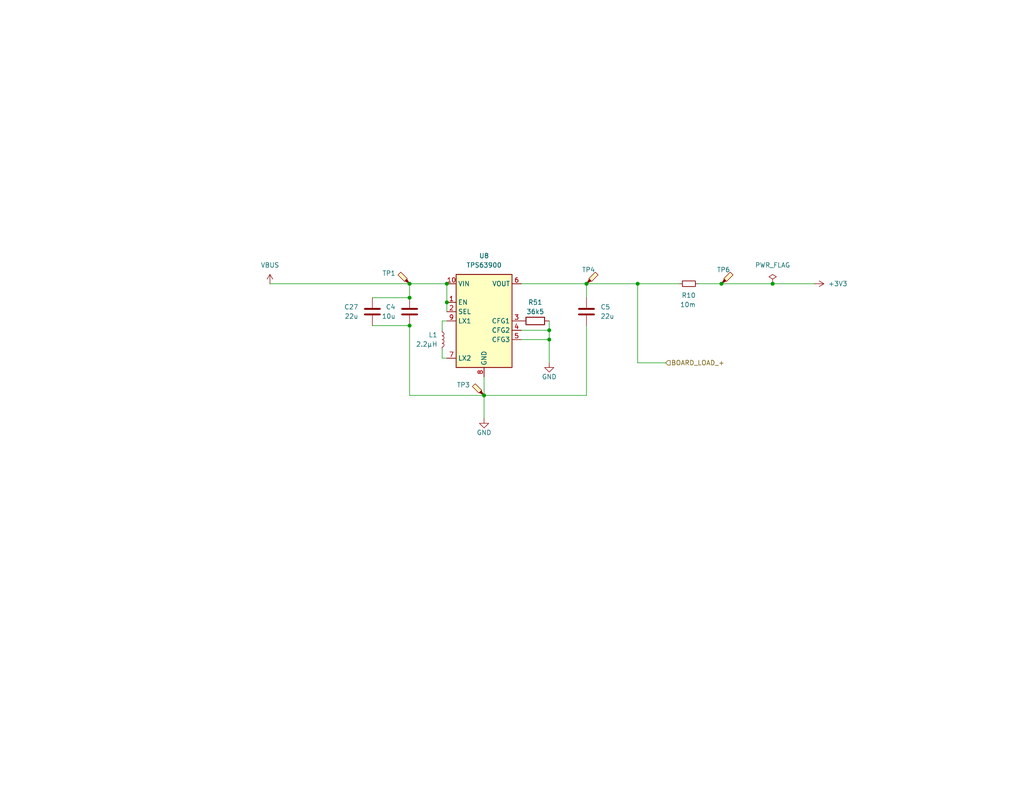
<source format=kicad_sch>
(kicad_sch (version 20231120) (generator "eeschema") (generator_version "8.0")
  (paper "USLetter")
  (title_block (title "1s3p Battery Board") (date "2025-02-12") (rev "${PCB_VERSION}") (company "TVSC"))
  (lib_symbols
    (symbol "Connector:TestPoint_Probe" (pin_numbers hide) (pin_names (offset 0.762) hide)
      (property "Reference" "TP" (at 1.651 5.842 0))
      (property "Value" "TestPoint_Probe" (at 1.651 4.064 0))
      (symbol "TestPoint_Probe_0_1"
        (polyline (pts (xy 1.27 0.762) (xy 0 0) (xy 0.762 1.27) (xy 1.27 0.762)) (fill (type outline)))
        (polyline (pts (xy 1.397 0.635) (xy 0.635 1.397) (xy 2.413 3.175) (xy 3.175 2.413) (xy 1.397 0.635)) (fill (type background)))
      )
      (symbol "TestPoint_Probe_1_1"
        (pin passive line (at 0 0 90) (length 0) (name "1") (number "1"))
      )
    )
    (symbol "Device:C" (pin_numbers hide) (pin_names (offset 0.254))
      (property "Reference" "C" (at 0.635 2.54 0))
      (property "Value" "C" (at 0.635 -2.54 0))
      (symbol "C_0_1"
        (polyline (pts (xy -2.032 -0.762) (xy 2.032 -0.762)) (stroke (width 0.508)))
        (polyline (pts (xy -2.032 0.762) (xy 2.032 0.762)) (stroke (width 0.508)))
      )
      (symbol "C_1_1"
        (pin passive line (at 0 3.81 270) (length 2.794) (name "~") (number "1"))
        (pin passive line (at 0 -3.81 90) (length 2.794) (name "~") (number "2"))
      )
    )
    (symbol "Device:L_Small" (pin_numbers hide) (pin_names (offset 0.254) hide)
      (property "Reference" "L" (at 0.762 1.016 0))
      (property "Value" "L_Small" (at 0.762 -1.016 0))
      (symbol "L_Small_0_1"
        (arc (start 0 -2.032) (mid 0.5058 -1.524) (end 0 -1.016))
        (arc (start 0 -1.016) (mid 0.5058 -0.508) (end 0 0))
        (arc (start 0 0) (mid 0.5058 0.508) (end 0 1.016))
        (arc (start 0 1.016) (mid 0.5058 1.524) (end 0 2.032))
      )
      (symbol "L_Small_1_1"
        (pin passive line (at 0 2.54 270) (length 0.508) (name "~") (number "1"))
        (pin passive line (at 0 -2.54 90) (length 0.508) (name "~") (number "2"))
      )
    )
    (symbol "Device:R" (pin_numbers hide) (pin_names (offset 0))
      (property "Reference" "R" (at 2.032 0 90))
      (property "Value" "R" (at 0 0 90))
      (symbol "R_0_1"
        (rectangle (start -1.016 -2.54) (end 1.016 2.54) (stroke (width 0.254)))
      )
      (symbol "R_1_1"
        (pin passive line (at 0 3.81 270) (length 1.27) (name "~") (number "1"))
        (pin passive line (at 0 -3.81 90) (length 1.27) (name "~") (number "2"))
      )
    )
    (symbol "Device:R_Small" (pin_numbers hide) (pin_names (offset 0.254) hide)
      (property "Reference" "R" (at 0.762 0.508 0))
      (property "Value" "R_Small" (at 0.762 -1.016 0))
      (symbol "R_Small_0_1"
        (rectangle (start -0.762 1.778) (end 0.762 -1.778) (stroke (width 0.2032)))
      )
      (symbol "R_Small_1_1"
        (pin passive line (at 0 2.54 270) (length 0.762) (name "~") (number "1"))
        (pin passive line (at 0 -2.54 90) (length 0.762) (name "~") (number "2"))
      )
    )
    (symbol "Regulator_Switching:TPS63900"
      (property "Reference" "U" (at -7.62 13.97 0))
      (property "Value" "TPS63900" (at 5.08 13.97 0))
      (symbol "TPS63900_0_1"
        (rectangle (start -7.62 12.7) (end 7.62 -12.7) (stroke (width 0.254)) (fill (type background)))
      )
      (symbol "TPS63900_1_1"
        (pin input line (at -10.16 5.08 0) (length 2.54) (name "EN") (number "1"))
        (pin power_in line (at -10.16 10.16 0) (length 2.54) (name "VIN") (number "10"))
        (pin passive line (at 0 -15.24 90) (length 2.54) hide (name "GND") (number "11"))
        (pin input line (at -10.16 2.54 0) (length 2.54) (name "SEL") (number "2"))
        (pin input line (at 10.16 0 180) (length 2.54) (name "CFG1") (number "3"))
        (pin input line (at 10.16 -2.54 180) (length 2.54) (name "CFG2") (number "4"))
        (pin input line (at 10.16 -5.08 180) (length 2.54) (name "CFG3") (number "5"))
        (pin power_out line (at 10.16 10.16 180) (length 2.54) (name "VOUT") (number "6"))
        (pin input line (at -10.16 -10.16 0) (length 2.54) (name "LX2") (number "7"))
        (pin power_in line (at 0 -15.24 90) (length 2.54) (name "GND") (number "8"))
        (pin input line (at -10.16 0 0) (length 2.54) (name "LX1") (number "9"))
      )
    )
    (symbol "power:+3V3" (power) (pin_numbers hide) (pin_names (offset 0) hide)
      (property "Value" "+3V3" (at 0 3.556 0))
      (symbol "+3V3_0_1"
        (polyline (pts (xy -0.762 1.27) (xy 0 2.54)))
        (polyline (pts (xy 0 0) (xy 0 2.54)))
        (polyline (pts (xy 0 2.54) (xy 0.762 1.27)))
      )
      (symbol "+3V3_1_1"
        (pin power_in line (at 0 0 90) (length 0) (name "~") (number "1"))
      )
    )
    (symbol "power:GND" (power) (pin_numbers hide) (pin_names (offset 0) hide)
      (property "Value" "GND" (at 0 -3.81 0))
      (symbol "GND_0_1"
        (polyline (pts (xy 0 0) (xy 0 -1.27) (xy 1.27 -1.27) (xy 0 -2.54) (xy -1.27 -1.27) (xy 0 -1.27)))
      )
      (symbol "GND_1_1"
        (pin power_in line (at 0 0 270) (length 0) (name "~") (number "1"))
      )
    )
    (symbol "power:PWR_FLAG" (power) (pin_numbers hide) (pin_names (offset 0) hide)
      (property "Value" "PWR_FLAG" (at 0 3.81 0))
      (symbol "PWR_FLAG_0_0"
        (pin power_out line (at 0 0 90) (length 0) (name "~") (number "1"))
      )
      (symbol "PWR_FLAG_0_1"
        (polyline (pts (xy 0 0) (xy 0 1.27) (xy -1.016 1.905) (xy 0 2.54) (xy 1.016 1.905) (xy 0 1.27)))
      )
    )
    (symbol "power:VBUS" (power) (pin_numbers hide) (pin_names (offset 0) hide)
      (property "Value" "VBUS" (at 0 3.556 0))
      (symbol "VBUS_0_1"
        (polyline (pts (xy -0.762 1.27) (xy 0 2.54)))
        (polyline (pts (xy 0 0) (xy 0 2.54)))
        (polyline (pts (xy 0 2.54) (xy 0.762 1.27)))
      )
      (symbol "VBUS_1_1"
        (pin power_in line (at 0 0 90) (length 0) (name "~") (number "1"))
      )
    )
  )
  (junction (at 149.86 92.71))
  (junction (at 121.92 82.55))
  (junction (at 121.92 77.47))
  (junction (at 149.86 90.17))
  (junction (at 111.76 88.9))
  (junction (at 111.76 77.47))
  (junction (at 160.02 77.47))
  (junction (at 210.82 77.47))
  (junction (at 132.08 107.95))
  (junction (at 196.85 77.47))
  (junction (at 173.99 77.47))
  (junction (at 111.76 81.28))
  (wire (pts (xy 142.24 77.47) (xy 160.02 77.47)))
  (wire (pts (xy 120.65 97.79) (xy 121.92 97.79)))
  (wire (pts (xy 173.99 99.06) (xy 173.99 77.47)))
  (wire (pts (xy 121.92 77.47) (xy 121.92 82.55)))
  (wire (pts (xy 173.99 77.47) (xy 185.42 77.47)))
  (wire (pts (xy 149.86 87.63) (xy 149.86 90.17)))
  (wire (pts (xy 149.86 92.71) (xy 149.86 99.06)))
  (wire (pts (xy 101.6 88.9) (xy 111.76 88.9)))
  (wire (pts (xy 111.76 77.47) (xy 121.92 77.47)))
  (wire (pts (xy 132.08 114.3) (xy 132.08 107.95)))
  (wire (pts (xy 111.76 81.28) (xy 111.76 77.47)))
  (wire (pts (xy 142.24 90.17) (xy 149.86 90.17)))
  (wire (pts (xy 160.02 88.9) (xy 160.02 107.95)))
  (wire (pts (xy 120.65 87.63) (xy 120.65 90.17)))
  (wire (pts (xy 190.5 77.47) (xy 196.85 77.47)))
  (wire (pts (xy 181.61 99.06) (xy 173.99 99.06)))
  (wire (pts (xy 120.65 95.25) (xy 120.65 97.79)))
  (wire (pts (xy 111.76 107.95) (xy 132.08 107.95)))
  (wire (pts (xy 121.92 82.55) (xy 121.92 85.09)))
  (wire (pts (xy 196.85 77.47) (xy 210.82 77.47)))
  (wire (pts (xy 160.02 77.47) (xy 160.02 81.28)))
  (wire (pts (xy 101.6 81.28) (xy 111.76 81.28)))
  (wire (pts (xy 210.82 77.47) (xy 222.25 77.47)))
  (wire (pts (xy 132.08 107.95) (xy 132.08 102.87)))
  (wire (pts (xy 73.66 77.47) (xy 111.76 77.47)))
  (wire (pts (xy 160.02 77.47) (xy 173.99 77.47)))
  (wire (pts (xy 132.08 107.95) (xy 160.02 107.95)))
  (wire (pts (xy 121.92 87.63) (xy 120.65 87.63)))
  (wire (pts (xy 111.76 88.9) (xy 111.76 107.95)))
  (wire (pts (xy 149.86 90.17) (xy 149.86 92.71)))
  (wire (pts (xy 149.86 92.71) (xy 142.24 92.71)))
  (hierarchical_label "BOARD_LOAD_+" (shape input) (at 181.61 99.06 0))
  (symbol (lib_id "Device:L_Small") (at 120.65 92.71 0) (mirror x) (unit 1)
    (property "Reference" "L1" (at 119.38 91.4399 0) (effects (justify right)))
    (property "Value" "2.2µH" (at 119.38 93.9799 0) (effects (justify right)))
    (property "Footprint" "Inductor_SMD:L_1008_2520Metric" (effects (hide yes)))
    (property "Description" "Inductor, small symbol" (effects (hide yes)))
    (property "Active" "Y" (effects (hide yes)))
    (property "Basic or Extended Component" "Extended" (effects (hide yes)))
    (property "MPN" "C576403" (effects (hide yes)))
    (property "Manufacturer" "Murata" (effects (hide yes)))
    (property "Manufacturer Part Number" "DFE252012F-2R2M=P2" (effects (hide yes)))
  )
  (symbol (lib_id "Regulator_Switching:TPS63900") (at 132.08 87.63 0) (unit 1)
    (property "Reference" "U8" (at 132.08 69.85 0))
    (property "Value" "TPS63900" (at 132.08 72.39 0))
    (property "Footprint" "Package_SON:WSON-10-1EP_2.5x2.5mm_P0.5mm_EP1.2x2mm" (effects (hide yes)))
    (property "Datasheet" "https://www.ti.com/lit/ds/symlink/tps63900.pdf" (effects (hide yes)))
    (property "Description" "Buck-Boost Converter, 1.8-5.5V Input Voltage, 0.4A Switch Current, Adjustable 1.8-5V Output Voltage, WSON-10" (effects (hide yes)))
    (property "Active" "Y" (effects (hide yes)))
    (property "Basic or Extended Component" "Extended" (effects (hide yes)))
    (property "MPN" "C1518762" (effects (hide yes)))
    (property "Manufacturer" "Texas Instruments" (effects (hide yes)))
    (property "Manufacturer Part Number" "TPS63900DSKR" (effects (hide yes)))
  )
  (symbol (lib_id "Device:R") (at 146.05 87.63 90) (unit 1)
    (property "Reference" "R51" (at 146.05 82.55 90))
    (property "Value" "36k5" (at 146.05 85.09 90))
    (property "Footprint" "footprints:Nondescript_R_0603_1608Metric" (effects (hide yes)))
    (property "Active" "Y" (effects (hide yes)))
    (property "Basic or Extended Component" "Extended" (effects (hide yes)))
    (property "MPN" "C23029" (effects (hide yes)))
    (property "Manufacturer" "UNI-ROYAL(Uniroyal Elec)" (effects (hide yes)))
    (property "Manufacturer Part Number" "0603WAF3652T5E" (effects (hide yes)))
  )
  (symbol (lib_id "Connector:TestPoint_Probe") (at 111.76 77.47 0) (mirror y) (unit 1) (in_bom no)
    (property "Reference" "TP1" (at 107.95 74.6125 0) (effects (justify left)))
    (property "Value" "VBUS" (effects (hide yes)))
    (property "Footprint" "footprints:TestPoint_Pad_D1.5mm" (effects (hide yes)))
    (property "MPN" "NA" (effects (hide yes)))
    (property "Active" "Y" (effects (hide yes)))
  )
  (symbol (lib_id "power:+3V3") (at 222.25 77.47 270) (unit 1)
    (property "Reference" "#PWR23" (effects (hide yes)))
    (property "Value" "+3V3" (at 228.6 77.47 90))
  )
  (symbol (lib_id "Connector:TestPoint_Probe") (at 160.02 77.47 0) (unit 1) (in_bom no)
    (property "Reference" "TP4" (at 158.75 73.66 0) (effects (justify left)))
    (property "Value" "BOARD_LOAD_+" (effects (hide yes)))
    (property "Footprint" "footprints:TestPoint_Pad_D1.5mm" (effects (hide yes)))
    (property "MPN" "NA" (effects (hide yes)))
    (property "Active" "Y" (effects (hide yes)))
  )
  (symbol (lib_id "Connector:TestPoint_Probe") (at 196.85 77.47 0) (unit 1) (in_bom no)
    (property "Reference" "TP6" (at 195.58 73.66 0) (effects (justify left)))
    (property "Value" "+3V3" (effects (hide yes)))
    (property "Footprint" "footprints:TestPoint_Pad_D1.5mm" (effects (hide yes)))
    (property "MPN" "NA" (effects (hide yes)))
    (property "Active" "Y" (effects (hide yes)))
  )
  (symbol (lib_id "Device:R_Small") (at 187.96 77.47 90) (mirror x) (unit 1)
    (property "Reference" "R10" (at 189.865 80.6449 90) (effects (justify left)))
    (property "Value" "10m" (at 189.865 83.1849 90) (effects (justify left)))
    (property "Footprint" "Resistor_SMD:R_2512_6332Metric" (effects (hide yes)))
    (property "Description" "Resistor, small symbol" (effects (hide yes)))
    (property "Active" "Y" (effects (hide yes)))
    (property "Basic or Extended Component" "Extended" (effects (hide yes)))
    (property "MPN" "C241862" (effects (hide yes)))
    (property "Manufacturer" "Vishay Intertech" (effects (hide yes)))
    (property "Manufacturer Part Number" "WSLP2512R0100FEA" (effects (hide yes)))
  )
  (symbol (lib_id "Connector:TestPoint_Probe") (at 132.08 107.95 0) (mirror y) (unit 1) (in_bom no)
    (property "Reference" "TP3" (at 128.27 105.0925 0) (effects (justify left)))
    (property "Value" "GND" (effects (hide yes)))
    (property "Footprint" "footprints:TestPoint_Pad_D1.5mm" (effects (hide yes)))
    (property "MPN" "NA" (effects (hide yes)))
    (property "Active" "Y" (effects (hide yes)))
  )
  (symbol (lib_id "power:GND") (at 132.08 114.3 0) (unit 1)
    (property "Reference" "#PWR88" (effects (hide yes)))
    (property "Value" "GND" (at 132.08 118.11 0))
  )
  (symbol (lib_id "power:VBUS") (at 73.66 77.47 0) (unit 1)
    (property "Reference" "#PWR14" (effects (hide yes)))
    (property "Value" "VBUS" (at 73.66 72.39 0))
  )
  (symbol (lib_id "power:PWR_FLAG") (at 210.82 77.47 0) (unit 1)
    (property "Reference" "#FLG3" (effects (hide yes)))
    (property "Value" "PWR_FLAG" (at 210.82 72.39 0))
    (property "Description" "Special symbol for telling ERC where power comes from" (effects (hide yes)))
  )
  (symbol (lib_id "Device:C") (at 101.6 85.09 0) (mirror y) (unit 1)
    (property "Reference" "C27" (at 97.79 83.82 0) (effects (justify left)))
    (property "Value" "22u" (at 97.79 86.36 0) (effects (justify left)))
    (property "Footprint" "footprints:Nondescript_C_0603_1608Metric" (effects (hide yes)))
    (property "MPN" "C710887" (effects (hide yes)))
    (property "Manufacturer" "Murata" (effects (hide yes)))
    (property "Manufacturer Part Number" "GRM187R60J226ME15D" (effects (hide yes)))
    (property "Active" "Y" (effects (hide yes)))
    (property "Purpose" "Voltage regulator" (effects (hide yes)))
    (property "Basic or Extended Component" "Extended" (effects (hide yes)))
  )
  (symbol (lib_id "Device:C") (at 111.76 85.09 0) (mirror y) (unit 1)
    (property "Reference" "C4" (at 107.95 83.82 0) (effects (justify left)))
    (property "Value" "10u" (at 107.95 86.36 0) (effects (justify left)))
    (property "Footprint" "footprints:Nondescript_C_0603_1608Metric" (effects (hide yes)))
    (property "Active" "Y" (effects (hide yes)))
    (property "Specs" "3.3V" (effects (hide yes)))
    (property "MPN" "C77041" (effects (hide yes)))
    (property "Manufacturer" "Murata" (effects (hide yes)))
    (property "Manufacturer Part Number" "GRM188R60J106ME47D" (effects (hide yes)))
    (property "Purpose" "Voltage regulator" (effects (hide yes)))
    (property "Basic or Extended Component" "Extended" (effects (hide yes)))
  )
  (symbol (lib_id "power:GND") (at 149.86 99.06 0) (unit 1)
    (property "Reference" "#PWR89" (effects (hide yes)))
    (property "Value" "GND" (at 149.86 102.87 0))
  )
  (symbol (lib_id "Device:C") (at 160.02 85.09 0) (unit 1)
    (property "Reference" "C5" (at 163.83 83.82 0) (effects (justify left)))
    (property "Value" "22u" (at 163.83 86.36 0) (effects (justify left)))
    (property "Footprint" "footprints:Nondescript_C_0603_1608Metric" (effects (hide yes)))
    (property "MPN" "C710887" (effects (hide yes)))
    (property "Manufacturer" "Murata" (effects (hide yes)))
    (property "Manufacturer Part Number" "GRM187R60J226ME15D" (effects (hide yes)))
    (property "Active" "Y" (effects (hide yes)))
    (property "Purpose" "Voltage regulator" (effects (hide yes)))
    (property "Basic or Extended Component" "Extended" (effects (hide yes)))
  )
)
</source>
